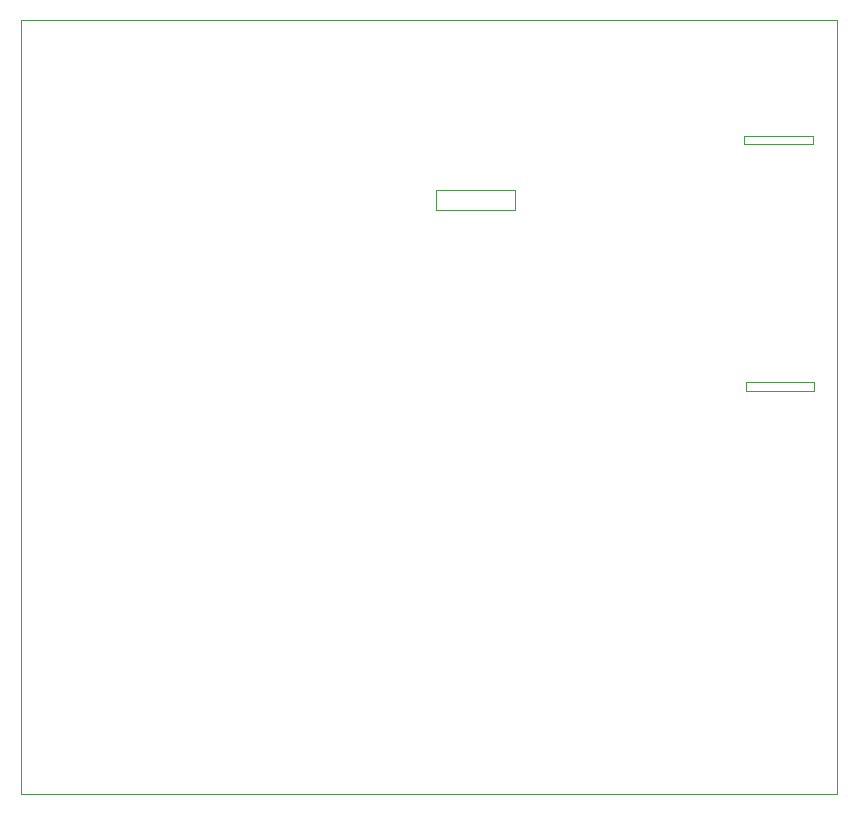
<source format=gm1>
G04 #@! TF.GenerationSoftware,KiCad,Pcbnew,(2017-11-08 revision cd21218)-HEAD*
G04 #@! TF.CreationDate,2018-02-21T13:37:35+02:00*
G04 #@! TF.ProjectId,heater_actuator_node,6865617465725F6163747561746F725F,rev?*
G04 #@! TF.SameCoordinates,Original*
G04 #@! TF.FileFunction,Profile,NP*
%FSLAX46Y46*%
G04 Gerber Fmt 4.6, Leading zero omitted, Abs format (unit mm)*
G04 Created by KiCad (PCBNEW (2017-11-08 revision cd21218)-HEAD) date Wed Feb 21 13:37:35 2018*
%MOMM*%
%LPD*%
G01*
G04 APERTURE LIST*
%ADD10C,0.100000*%
G04 APERTURE END LIST*
D10*
X150299813Y-71850000D02*
X150299813Y-73525000D01*
X182300215Y-88150000D02*
X176499947Y-88150000D01*
X182300862Y-88900000D02*
X176500000Y-88900000D01*
X176499947Y-88150000D02*
X176499947Y-88902554D01*
X182300000Y-88148338D02*
X182300000Y-88900892D01*
X176399947Y-67250000D02*
X176399947Y-68002554D01*
X182200215Y-67250000D02*
X176399947Y-67250000D01*
X182200000Y-67248338D02*
X182200000Y-68000892D01*
X182200862Y-68000000D02*
X176400000Y-68000000D01*
X115150000Y-123000000D02*
X184250000Y-123000000D01*
X156950000Y-73525000D02*
X150299578Y-73525000D01*
X156950000Y-71850000D02*
X156950000Y-73525000D01*
X156950053Y-71850000D02*
X150299813Y-71850000D01*
X115150000Y-123000019D02*
X115150000Y-57475000D01*
X184250000Y-57475000D02*
X184250000Y-123000019D01*
X115150000Y-57475000D02*
X184250000Y-57475000D01*
M02*

</source>
